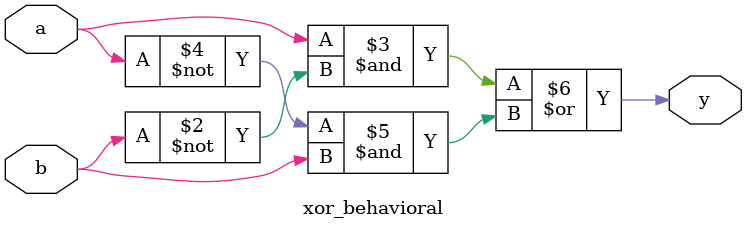
<source format=sv>
module xor_behavioral(input a, b, output reg y);
    always @(*) begin
        y = (a & ~b) | (~a & b);
    end
endmodule
</source>
